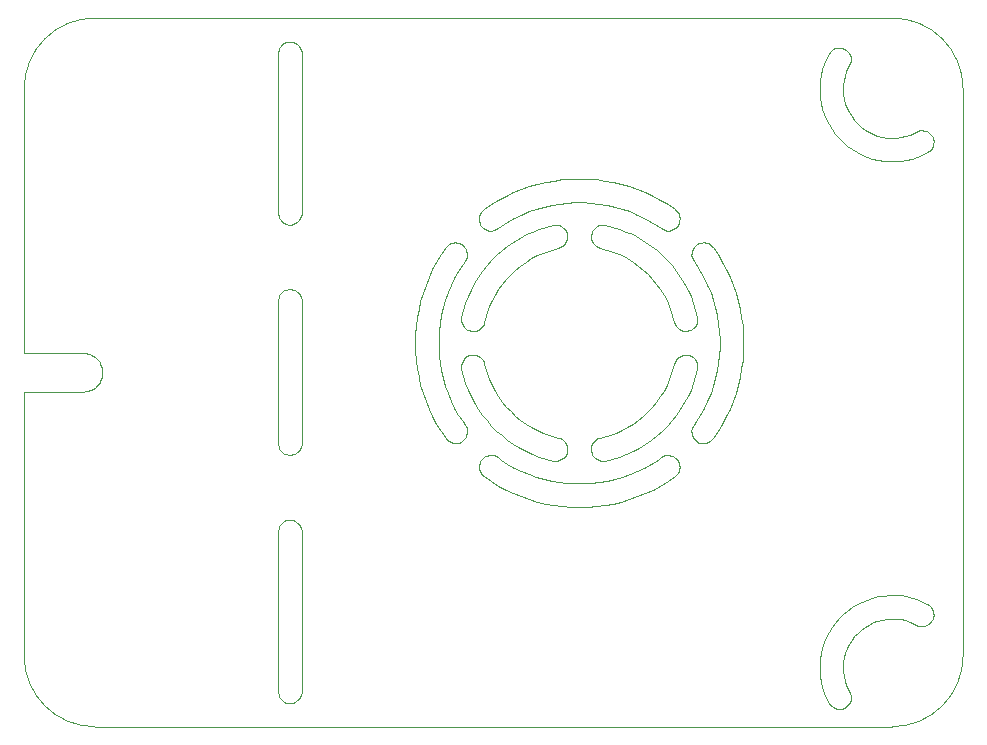
<source format=gbr>
%TF.GenerationSoftware,KiCad,Pcbnew,8.0.4*%
%TF.CreationDate,2025-01-19T15:52:31+01:00*%
%TF.ProjectId,PortableVoltageStandard,506f7274-6162-46c6-9556-6f6c74616765,1.0*%
%TF.SameCoordinates,Original*%
%TF.FileFunction,Profile,NP*%
%FSLAX46Y46*%
G04 Gerber Fmt 4.6, Leading zero omitted, Abs format (unit mm)*
G04 Created by KiCad (PCBNEW 8.0.4) date 2025-01-19 15:52:31*
%MOMM*%
%LPD*%
G01*
G04 APERTURE LIST*
%TA.AperFunction,Profile*%
%ADD10C,0.100000*%
%TD*%
%TA.AperFunction,Profile*%
%ADD11C,0.050000*%
%TD*%
G04 APERTURE END LIST*
D10*
X132995185Y-94598017D02*
X132956940Y-94790285D01*
X131368015Y-81677982D02*
X131531011Y-81569071D01*
X131528603Y-116381921D02*
X131365607Y-116273010D01*
X132098017Y-116495185D02*
X131901983Y-116495185D01*
X131709715Y-95456940D02*
X131528603Y-95381921D01*
X132773010Y-75634393D02*
X132634393Y-75773010D01*
X132471397Y-75881921D02*
X132290285Y-75956940D01*
X115045634Y-86971421D02*
X115195051Y-87033312D01*
X131365607Y-116273010D02*
X131226990Y-116134393D01*
X132100425Y-81455807D02*
X132292693Y-81494052D01*
X131004815Y-75098017D02*
X131000000Y-75000000D01*
X115703419Y-89589059D02*
X115589059Y-89703419D01*
X131226990Y-60865607D02*
X131365607Y-60726990D01*
X132881921Y-101528603D02*
X132956940Y-101709715D01*
X132634393Y-75773010D02*
X132471397Y-75881921D01*
X132773010Y-101365607D02*
X132881921Y-101528603D01*
X189000000Y-64500000D02*
X189000000Y-112500000D01*
X114500000Y-86875000D02*
X114539258Y-86875964D01*
X114500000Y-90125000D02*
X109500000Y-90125000D01*
X164118667Y-95507065D02*
X164299098Y-95545777D01*
X164469343Y-95616984D01*
X164623605Y-95718260D01*
X164756631Y-95846158D01*
X164863891Y-95996322D01*
X164941732Y-96163638D01*
X164987503Y-96342408D01*
X164999647Y-96526545D01*
X164977748Y-96709778D01*
X164922553Y-96885867D01*
X164835942Y-97048815D01*
X164720864Y-97193075D01*
X164581237Y-97313732D01*
X163985927Y-97716136D01*
X163370622Y-98087245D01*
X162736966Y-98426069D01*
X162086650Y-98731704D01*
X161421413Y-99003332D01*
X160743030Y-99240228D01*
X160053315Y-99441760D01*
X159354108Y-99607388D01*
X158647278Y-99736672D01*
X157934713Y-99829264D01*
X157218316Y-99884919D01*
X156500000Y-99903487D01*
X155781684Y-99884919D01*
X155065287Y-99829264D01*
X154352722Y-99736672D01*
X153645892Y-99607388D01*
X152946685Y-99441760D01*
X152256970Y-99240228D01*
X151578587Y-99003332D01*
X150913350Y-98731704D01*
X150263034Y-98426069D01*
X149629378Y-98087245D01*
X149014073Y-97716136D01*
X148418763Y-97313732D01*
X148279136Y-97193075D01*
X148164058Y-97048815D01*
X148077447Y-96885867D01*
X148022252Y-96709778D01*
X148000353Y-96526545D01*
X148012497Y-96342408D01*
X148058268Y-96163638D01*
X148136109Y-95996322D01*
X148243369Y-95846158D01*
X148376395Y-95718260D01*
X148530657Y-95616984D01*
X148700902Y-95545777D01*
X148881333Y-95507065D01*
X149065804Y-95502166D01*
X149248035Y-95531248D01*
X149421819Y-95593319D01*
X149581239Y-95686266D01*
X149854378Y-95881409D01*
X150421820Y-96240229D01*
X151008583Y-96566499D01*
X151612801Y-96859182D01*
X152232553Y-97117349D01*
X152865869Y-97340179D01*
X153510737Y-97526963D01*
X154165106Y-97677107D01*
X154826897Y-97790135D01*
X155494006Y-97865687D01*
X156164313Y-97903524D01*
X156835687Y-97903524D01*
X157505994Y-97865687D01*
X158173103Y-97790135D01*
X158834894Y-97677107D01*
X159489263Y-97526963D01*
X160134131Y-97340179D01*
X160767447Y-97117349D01*
X161387199Y-96859182D01*
X161991417Y-96566499D01*
X162578180Y-96240229D01*
X163145622Y-95881409D01*
X163418761Y-95686266D01*
X163578181Y-95593319D01*
X163751965Y-95531248D01*
X163934196Y-95502166D01*
X164118667Y-95507065D01*
X131901983Y-116495185D02*
X131709715Y-116456940D01*
X131118079Y-94971397D02*
X131043060Y-94790285D01*
X115333357Y-87107239D02*
X115467829Y-87197090D01*
X133000000Y-94500000D02*
X132995185Y-94598017D01*
X131118079Y-61028603D02*
X131226990Y-60865607D01*
X132098017Y-60504815D02*
X132290285Y-60543060D01*
X131901983Y-75995185D02*
X131709715Y-75956940D01*
X131045468Y-82160707D02*
X131120487Y-81979595D01*
X132290285Y-75956940D02*
X132098017Y-75995185D01*
X131004815Y-101901983D02*
X131043060Y-101709715D01*
X132098017Y-101004815D02*
X132290285Y-101043060D01*
X114895554Y-90074105D02*
X114736933Y-90105656D01*
X132098017Y-75995185D02*
X131901983Y-75995185D01*
X131226990Y-101365607D02*
X131365607Y-101226990D01*
X132956940Y-94790285D02*
X132881921Y-94971397D01*
X131365607Y-75773010D02*
X131226990Y-75634393D01*
X132956940Y-115790285D02*
X132881921Y-115971397D01*
X131043060Y-75290285D02*
X131004815Y-75098017D01*
X114539258Y-86875964D02*
X114620122Y-86879937D01*
X115500000Y-118500000D02*
G75*
G02*
X109500000Y-112500000I0J6000000D01*
G01*
X115500000Y-58500000D02*
X183000000Y-58500000D01*
X189000000Y-112500000D02*
G75*
G02*
X183000000Y-118500000I-6000000J0D01*
G01*
X132881921Y-61028603D02*
X132956940Y-61209715D01*
X132290285Y-116456940D02*
X132098017Y-116495185D01*
X131712123Y-81494052D02*
X131904391Y-81455807D01*
X131229398Y-81816599D02*
X131368015Y-81677982D01*
X131226990Y-75634393D02*
X131118079Y-75471397D01*
X131709715Y-75956940D02*
X131528603Y-75881921D01*
X114539258Y-90124036D02*
X114500000Y-90125000D01*
X115045634Y-90028579D02*
X114895554Y-90074105D01*
X132471397Y-95381921D02*
X132290285Y-95456940D01*
X114736933Y-86894344D02*
X114895554Y-86925895D01*
X131365607Y-101226990D02*
X131528603Y-101118079D01*
X131004815Y-61401983D02*
X131043060Y-61209715D01*
X183708085Y-107393099D02*
X184183797Y-107467235D01*
X184652249Y-107578370D01*
X185110568Y-107725822D01*
X185555943Y-107908687D01*
X185985643Y-108125843D01*
X186138000Y-108229964D01*
X186268631Y-108360307D01*
X186373086Y-108512435D01*
X186447810Y-108681166D01*
X186490258Y-108860754D01*
X186498983Y-109045084D01*
X186473689Y-109227879D01*
X186415238Y-109402914D01*
X186325619Y-109564228D01*
X186207884Y-109706328D01*
X186066044Y-109824375D01*
X185904927Y-109914349D01*
X185730021Y-109973186D01*
X185547283Y-109998882D01*
X185362933Y-109990562D01*
X185183252Y-109948510D01*
X185014357Y-109874157D01*
X184840630Y-109777704D01*
X184476371Y-109618797D01*
X184098589Y-109495439D01*
X183710744Y-109408760D01*
X183316390Y-109359553D01*
X182919138Y-109348269D01*
X182522627Y-109375013D01*
X182130488Y-109439538D01*
X181746313Y-109541254D01*
X181373620Y-109679228D01*
X181015825Y-109852199D01*
X180676202Y-110058580D01*
X180357864Y-110296482D01*
X180063726Y-110563726D01*
X179796482Y-110857864D01*
X179558580Y-111176202D01*
X179352199Y-111515825D01*
X179179228Y-111873620D01*
X179041254Y-112246313D01*
X178939538Y-112630488D01*
X178875013Y-113022627D01*
X178848269Y-113419138D01*
X178859553Y-113816390D01*
X178908760Y-114210744D01*
X178995439Y-114598589D01*
X179118797Y-114976371D01*
X179277704Y-115340630D01*
X179374157Y-115514357D01*
X179448510Y-115683252D01*
X179490562Y-115862933D01*
X179498882Y-116047283D01*
X179473186Y-116230021D01*
X179414349Y-116404927D01*
X179324375Y-116566044D01*
X179206328Y-116707884D01*
X179064228Y-116825619D01*
X178902914Y-116915238D01*
X178727879Y-116973689D01*
X178545084Y-116998983D01*
X178360754Y-116990258D01*
X178181166Y-116947810D01*
X178012435Y-116873086D01*
X177860307Y-116768631D01*
X177729964Y-116638000D01*
X177625843Y-116485643D01*
X177408687Y-116055943D01*
X177225822Y-115610568D01*
X177078370Y-115152249D01*
X176967235Y-114683797D01*
X176893099Y-114208085D01*
X176856415Y-113728030D01*
X176857411Y-113246576D01*
X176896078Y-112766677D01*
X176972180Y-112291275D01*
X177085251Y-111823287D01*
X177234596Y-111365581D01*
X177419300Y-110920966D01*
X177638230Y-110492168D01*
X177890044Y-110081816D01*
X178173197Y-109692428D01*
X178485952Y-109326392D01*
X178826392Y-108985952D01*
X179192428Y-108673197D01*
X179581816Y-108390044D01*
X179992168Y-108138230D01*
X180420966Y-107919300D01*
X180865581Y-107734596D01*
X181323287Y-107585251D01*
X181791275Y-107472180D01*
X182266677Y-107396078D01*
X182746576Y-107357411D01*
X183228030Y-107356415D01*
X183708085Y-107393099D01*
X131000000Y-61500000D02*
X131004815Y-61401983D01*
X131118079Y-101528603D02*
X131226990Y-101365607D01*
X133000000Y-94500000D02*
X133002408Y-82450992D01*
X115467829Y-87197090D02*
X115589059Y-87296581D01*
X114895554Y-86925895D02*
X115045634Y-86971421D01*
X131904391Y-81455807D02*
X132100425Y-81455807D01*
X131528603Y-75881921D02*
X131365607Y-75773010D01*
X178727879Y-61026311D02*
X178902914Y-61084762D01*
X179064228Y-61174381D01*
X179206328Y-61292116D01*
X179324375Y-61433956D01*
X179414349Y-61595073D01*
X179473186Y-61769979D01*
X179498882Y-61952717D01*
X179490562Y-62137067D01*
X179448510Y-62316748D01*
X179374157Y-62485643D01*
X179277704Y-62659370D01*
X179118797Y-63023629D01*
X178995439Y-63401411D01*
X178908760Y-63789256D01*
X178859553Y-64183610D01*
X178848269Y-64580862D01*
X178875013Y-64977373D01*
X178939538Y-65369512D01*
X179041254Y-65753687D01*
X179179228Y-66126380D01*
X179352199Y-66484175D01*
X179558580Y-66823798D01*
X179796482Y-67142136D01*
X180063726Y-67436274D01*
X180357864Y-67703518D01*
X180676202Y-67941420D01*
X181015825Y-68147801D01*
X181373620Y-68320772D01*
X181746313Y-68458746D01*
X182130488Y-68560462D01*
X182522627Y-68624987D01*
X182919138Y-68651731D01*
X183316390Y-68640447D01*
X183710744Y-68591240D01*
X184098589Y-68504561D01*
X184476371Y-68381203D01*
X184840630Y-68222296D01*
X185014357Y-68125843D01*
X185183252Y-68051490D01*
X185362933Y-68009438D01*
X185547283Y-68001118D01*
X185730021Y-68026814D01*
X185904927Y-68085651D01*
X186066044Y-68175625D01*
X186207884Y-68293672D01*
X186325619Y-68435772D01*
X186415238Y-68597086D01*
X186473689Y-68772121D01*
X186498983Y-68954916D01*
X186490258Y-69139246D01*
X186447810Y-69318834D01*
X186373086Y-69487565D01*
X186268631Y-69639693D01*
X186138000Y-69770036D01*
X185985643Y-69874157D01*
X185555943Y-70091313D01*
X185110568Y-70274178D01*
X184652249Y-70421630D01*
X184183797Y-70532765D01*
X183708085Y-70606901D01*
X183228030Y-70643585D01*
X182746576Y-70642589D01*
X182266677Y-70603922D01*
X181791275Y-70527820D01*
X181323287Y-70414749D01*
X180865581Y-70265404D01*
X180420966Y-70080700D01*
X179992168Y-69861770D01*
X179581816Y-69609956D01*
X179192428Y-69326803D01*
X178826392Y-69014048D01*
X178485952Y-68673608D01*
X178173197Y-68307572D01*
X177890044Y-67918184D01*
X177638230Y-67507832D01*
X177419300Y-67079034D01*
X177234596Y-66634419D01*
X177085251Y-66176713D01*
X176972180Y-65708725D01*
X176896078Y-65233323D01*
X176857411Y-64753424D01*
X176856415Y-64271970D01*
X176893099Y-63791915D01*
X176967235Y-63316203D01*
X177078370Y-62847751D01*
X177225822Y-62389432D01*
X177408687Y-61944057D01*
X177625843Y-61514357D01*
X177729964Y-61362000D01*
X177860307Y-61231369D01*
X178012435Y-61126914D01*
X178181166Y-61052190D01*
X178360754Y-61009742D01*
X178545084Y-61001017D01*
X178727879Y-61026311D01*
X109500000Y-64500000D02*
G75*
G02*
X115500000Y-58500000I6000000J0D01*
G01*
X132634393Y-60726990D02*
X132773010Y-60865607D01*
X132956940Y-75290285D02*
X132881921Y-75471397D01*
X165625934Y-87007961D02*
X165806076Y-87047993D01*
X165975796Y-87120444D01*
X166129312Y-87222847D01*
X166261398Y-87351716D01*
X166367556Y-87502661D01*
X166444170Y-87670542D01*
X166488632Y-87849642D01*
X166499426Y-88033863D01*
X166476187Y-88216930D01*
X166326266Y-88807770D01*
X166141386Y-89388621D01*
X165922205Y-89957416D01*
X165669501Y-90512131D01*
X165384175Y-91050793D01*
X165067242Y-91571486D01*
X164719828Y-92072356D01*
X164343170Y-92551623D01*
X163938608Y-93007581D01*
X163507581Y-93438608D01*
X163051623Y-93843170D01*
X162572356Y-94219828D01*
X162071486Y-94567242D01*
X161550793Y-94884175D01*
X161012131Y-95169501D01*
X160457416Y-95422205D01*
X159888621Y-95641386D01*
X159307770Y-95826266D01*
X158716930Y-95976187D01*
X158533863Y-95999426D01*
X158349642Y-95988632D01*
X158170542Y-95944170D01*
X158002661Y-95867556D01*
X157851716Y-95761398D01*
X157722847Y-95629312D01*
X157620444Y-95475796D01*
X157547993Y-95306076D01*
X157507961Y-95125934D01*
X157501712Y-94941503D01*
X157529459Y-94759064D01*
X157590256Y-94584830D01*
X157682033Y-94424734D01*
X157801666Y-94284228D01*
X157945079Y-94168097D01*
X158107389Y-94080295D01*
X158283070Y-94023813D01*
X158283069Y-94023812D01*
X158550664Y-93964371D01*
X159076731Y-93810050D01*
X159591348Y-93621023D01*
X160092227Y-93398130D01*
X160577143Y-93142362D01*
X161043942Y-92854854D01*
X161490548Y-92536885D01*
X161914977Y-92189867D01*
X162315343Y-91815343D01*
X162689867Y-91414977D01*
X163036885Y-90990548D01*
X163354854Y-90543942D01*
X163642362Y-90077143D01*
X163898130Y-89592227D01*
X164121023Y-89091348D01*
X164310050Y-88576731D01*
X164464371Y-88050664D01*
X164523812Y-87783069D01*
X164523813Y-87783070D01*
X164580295Y-87607389D01*
X164668097Y-87445079D01*
X164784228Y-87301666D01*
X164924734Y-87182033D01*
X165084830Y-87090256D01*
X165259064Y-87029459D01*
X165441503Y-87001712D01*
X165625934Y-87007961D01*
X116028579Y-89045634D02*
X115966688Y-89195051D01*
X132881921Y-115971397D02*
X132773010Y-116134393D01*
X116074105Y-88104446D02*
X116105656Y-88263067D01*
X132634393Y-116273010D02*
X132471397Y-116381921D01*
X158716930Y-76023813D02*
X159307770Y-76173734D01*
X159888621Y-76358614D01*
X160457416Y-76577795D01*
X161012131Y-76830499D01*
X161550793Y-77115825D01*
X162071486Y-77432758D01*
X162572356Y-77780172D01*
X163051623Y-78156830D01*
X163507581Y-78561392D01*
X163938608Y-78992419D01*
X164343170Y-79448377D01*
X164719828Y-79927644D01*
X165067242Y-80428514D01*
X165384175Y-80949207D01*
X165669501Y-81487869D01*
X165922205Y-82042584D01*
X166141386Y-82611379D01*
X166326266Y-83192230D01*
X166476187Y-83783070D01*
X166499426Y-83966137D01*
X166488632Y-84150358D01*
X166444170Y-84329458D01*
X166367556Y-84497339D01*
X166261398Y-84648284D01*
X166129312Y-84777153D01*
X165975796Y-84879556D01*
X165806076Y-84952007D01*
X165625934Y-84992039D01*
X165441503Y-84998288D01*
X165259064Y-84970541D01*
X165084830Y-84909744D01*
X164924734Y-84817967D01*
X164784228Y-84698334D01*
X164668097Y-84554921D01*
X164580295Y-84392611D01*
X164523813Y-84216930D01*
X164523812Y-84216931D01*
X164464371Y-83949336D01*
X164310050Y-83423269D01*
X164121023Y-82908652D01*
X163898130Y-82407773D01*
X163642362Y-81922857D01*
X163354854Y-81456058D01*
X163036885Y-81009452D01*
X162689867Y-80585023D01*
X162315343Y-80184657D01*
X161914977Y-79810133D01*
X161490548Y-79463115D01*
X161043942Y-79145146D01*
X160577143Y-78857638D01*
X160092227Y-78601870D01*
X159591348Y-78378977D01*
X159076731Y-78189950D01*
X158550664Y-78035629D01*
X158283069Y-77976188D01*
X158283070Y-77976187D01*
X158107389Y-77919705D01*
X157945079Y-77831903D01*
X157801666Y-77715772D01*
X157682033Y-77575266D01*
X157590256Y-77415170D01*
X157529459Y-77240936D01*
X157501712Y-77058497D01*
X157507961Y-76874066D01*
X157547993Y-76693924D01*
X157620444Y-76524204D01*
X157722847Y-76370688D01*
X157851716Y-76238602D01*
X158002661Y-76132444D01*
X158170542Y-76055830D01*
X158349642Y-76011368D01*
X158533863Y-76000574D01*
X158716930Y-76023813D01*
X132956940Y-101709715D02*
X132995185Y-101901983D01*
X115802910Y-89467829D02*
X115703419Y-89589059D01*
X132098017Y-95495185D02*
X131901983Y-95495185D01*
X183000000Y-58500000D02*
G75*
G02*
X189000000Y-64500000I0J-6000000D01*
G01*
X132634393Y-101226990D02*
X132773010Y-101365607D01*
X115802910Y-87532171D02*
X115892761Y-87666643D01*
X131226990Y-95134393D02*
X131118079Y-94971397D01*
X131000000Y-75000000D02*
X131000000Y-61500000D01*
X115467829Y-89802910D02*
X115333357Y-89892761D01*
X147740936Y-87029459D02*
X147915170Y-87090256D01*
X148075266Y-87182033D01*
X148215772Y-87301666D01*
X148331903Y-87445079D01*
X148419705Y-87607389D01*
X148476187Y-87783070D01*
X148476188Y-87783069D01*
X148535629Y-88050664D01*
X148689950Y-88576731D01*
X148878977Y-89091348D01*
X149101870Y-89592227D01*
X149357638Y-90077143D01*
X149645146Y-90543942D01*
X149963115Y-90990548D01*
X150310133Y-91414977D01*
X150684657Y-91815343D01*
X151085023Y-92189867D01*
X151509452Y-92536885D01*
X151956058Y-92854854D01*
X152422857Y-93142362D01*
X152907773Y-93398130D01*
X153408652Y-93621023D01*
X153923269Y-93810050D01*
X154449336Y-93964371D01*
X154716931Y-94023812D01*
X154716930Y-94023813D01*
X154892611Y-94080295D01*
X155054921Y-94168097D01*
X155198334Y-94284228D01*
X155317967Y-94424734D01*
X155409744Y-94584830D01*
X155470541Y-94759064D01*
X155498288Y-94941503D01*
X155492039Y-95125934D01*
X155452007Y-95306076D01*
X155379556Y-95475796D01*
X155277153Y-95629312D01*
X155148284Y-95761398D01*
X154997339Y-95867556D01*
X154829458Y-95944170D01*
X154650358Y-95988632D01*
X154466137Y-95999426D01*
X154283070Y-95976187D01*
X153692230Y-95826266D01*
X153111379Y-95641386D01*
X152542584Y-95422205D01*
X151987869Y-95169501D01*
X151449207Y-94884175D01*
X150928514Y-94567242D01*
X150427644Y-94219828D01*
X149948377Y-93843170D01*
X149492419Y-93438608D01*
X149061392Y-93007581D01*
X148656830Y-92551623D01*
X148280172Y-92072356D01*
X147932758Y-91571486D01*
X147615825Y-91050793D01*
X147330499Y-90512131D01*
X147077795Y-89957416D01*
X146858614Y-89388621D01*
X146673734Y-88807770D01*
X146523813Y-88216930D01*
X146500574Y-88033863D01*
X146511368Y-87849642D01*
X146555830Y-87670542D01*
X146632444Y-87502661D01*
X146738602Y-87351716D01*
X146870688Y-87222847D01*
X147024204Y-87120444D01*
X147193924Y-87047993D01*
X147374066Y-87007961D01*
X147558497Y-87001712D01*
X147740936Y-87029459D01*
X132995185Y-115598017D02*
X132956940Y-115790285D01*
D11*
X109500000Y-86875000D02*
X109500000Y-64500000D01*
D10*
X132773010Y-95134393D02*
X132634393Y-95273010D01*
X116121027Y-88580864D02*
X116105656Y-88736933D01*
X115195051Y-87033312D02*
X115333357Y-87107239D01*
X132290285Y-95456940D02*
X132098017Y-95495185D01*
X132636801Y-81677982D02*
X132775418Y-81816599D01*
X131043060Y-61209715D02*
X131118079Y-61028603D01*
X132995185Y-61401983D02*
X133000000Y-61500000D01*
X132995185Y-101901983D02*
X133000000Y-102000000D01*
X133000000Y-115500000D02*
X132995185Y-115598017D01*
X132471397Y-116381921D02*
X132290285Y-116456940D01*
X131226990Y-116134393D02*
X131118079Y-115971397D01*
X115966688Y-87804949D02*
X116028579Y-87954366D01*
X131709715Y-60543060D02*
X131901983Y-60504815D01*
X133000000Y-75000000D02*
X132995185Y-75098017D01*
X131528603Y-95381921D02*
X131365607Y-95273010D01*
X131118079Y-75471397D02*
X131043060Y-75290285D01*
X115333357Y-89892761D02*
X115195051Y-89966688D01*
X131901983Y-101004815D02*
X132098017Y-101004815D01*
X132471397Y-60618079D02*
X132634393Y-60726990D01*
X131000000Y-115500000D02*
X131000000Y-102000000D01*
X132997593Y-82352975D02*
X133002408Y-82450992D01*
X132881921Y-75471397D02*
X132773010Y-75634393D01*
X132775418Y-81816599D02*
X132884329Y-81979595D01*
X115966688Y-89195051D02*
X115892761Y-89333357D01*
X132290285Y-101043060D02*
X132471397Y-101118079D01*
X132995185Y-75098017D02*
X132956940Y-75290285D01*
X115195051Y-89966688D02*
X115045634Y-90028579D01*
X132473805Y-81569071D02*
X132636801Y-81677982D01*
X116028579Y-87954366D02*
X116074105Y-88104446D01*
X131365607Y-60726990D02*
X131528603Y-60618079D01*
X131901983Y-60504815D02*
X132098017Y-60504815D01*
X157218316Y-72115081D02*
X157934713Y-72170736D01*
X158647278Y-72263328D01*
X159354108Y-72392612D01*
X160053315Y-72558240D01*
X160743030Y-72759772D01*
X161421413Y-72996668D01*
X162086650Y-73268296D01*
X162736966Y-73573931D01*
X163370622Y-73912755D01*
X163985927Y-74283864D01*
X164581237Y-74686268D01*
X164720864Y-74806925D01*
X164835942Y-74951185D01*
X164922553Y-75114133D01*
X164977748Y-75290222D01*
X164999647Y-75473455D01*
X164987503Y-75657592D01*
X164941732Y-75836362D01*
X164863891Y-76003678D01*
X164756631Y-76153842D01*
X164623605Y-76281740D01*
X164469343Y-76383016D01*
X164299098Y-76454223D01*
X164118667Y-76492935D01*
X163934196Y-76497834D01*
X163751965Y-76468752D01*
X163578181Y-76406681D01*
X163418761Y-76313734D01*
X163145622Y-76118591D01*
X162578180Y-75759771D01*
X161991417Y-75433501D01*
X161387199Y-75140818D01*
X160767447Y-74882651D01*
X160134131Y-74659821D01*
X159489263Y-74473037D01*
X158834894Y-74322893D01*
X158173103Y-74209865D01*
X157505994Y-74134313D01*
X156835687Y-74096476D01*
X156164313Y-74096476D01*
X155494006Y-74134313D01*
X154826897Y-74209865D01*
X154165106Y-74322893D01*
X153510737Y-74473037D01*
X152865869Y-74659821D01*
X152232553Y-74882651D01*
X151612801Y-75140818D01*
X151008583Y-75433501D01*
X150421820Y-75759771D01*
X149854378Y-76118591D01*
X149581239Y-76313734D01*
X149421819Y-76406681D01*
X149248035Y-76468752D01*
X149065804Y-76497834D01*
X148881333Y-76492935D01*
X148700902Y-76454223D01*
X148530657Y-76383016D01*
X148376395Y-76281740D01*
X148243369Y-76153842D01*
X148136109Y-76003678D01*
X148058268Y-75836362D01*
X148012497Y-75657592D01*
X148000353Y-75473455D01*
X148022252Y-75290222D01*
X148077447Y-75114133D01*
X148164058Y-74951185D01*
X148279136Y-74806925D01*
X148418763Y-74686268D01*
X149014073Y-74283864D01*
X149629378Y-73912755D01*
X150263034Y-73573931D01*
X150913350Y-73268296D01*
X151578587Y-72996668D01*
X152256970Y-72759772D01*
X152946685Y-72558240D01*
X153645892Y-72392612D01*
X154352722Y-72263328D01*
X155065287Y-72170736D01*
X155781684Y-72115081D01*
X156500000Y-72096513D01*
X157218316Y-72115081D01*
X167209778Y-77522252D02*
X167385867Y-77577447D01*
X167548815Y-77664058D01*
X167693075Y-77779136D01*
X167813732Y-77918763D01*
X168216136Y-78514073D01*
X168587245Y-79129378D01*
X168926069Y-79763034D01*
X169231704Y-80413350D01*
X169503332Y-81078587D01*
X169740228Y-81756970D01*
X169941760Y-82446685D01*
X170107388Y-83145892D01*
X170236672Y-83852722D01*
X170329264Y-84565287D01*
X170384919Y-85281684D01*
X170403487Y-86000000D01*
X170384919Y-86718316D01*
X170329264Y-87434713D01*
X170236672Y-88147278D01*
X170107388Y-88854108D01*
X169941760Y-89553315D01*
X169740228Y-90243030D01*
X169503332Y-90921413D01*
X169231704Y-91586650D01*
X168926069Y-92236966D01*
X168587245Y-92870622D01*
X168216136Y-93485927D01*
X167813732Y-94081237D01*
X167693075Y-94220864D01*
X167548815Y-94335942D01*
X167385867Y-94422553D01*
X167209778Y-94477748D01*
X167026545Y-94499647D01*
X166842408Y-94487503D01*
X166663638Y-94441732D01*
X166496322Y-94363891D01*
X166346158Y-94256631D01*
X166218260Y-94123605D01*
X166116984Y-93969343D01*
X166045777Y-93799098D01*
X166007065Y-93618667D01*
X166002166Y-93434196D01*
X166031248Y-93251965D01*
X166093319Y-93078181D01*
X166186266Y-92918761D01*
X166381409Y-92645622D01*
X166740229Y-92078180D01*
X167066499Y-91491417D01*
X167359182Y-90887199D01*
X167617349Y-90267447D01*
X167840179Y-89634131D01*
X168026963Y-88989263D01*
X168177107Y-88334894D01*
X168290135Y-87673103D01*
X168365687Y-87005994D01*
X168403524Y-86335687D01*
X168403524Y-85664313D01*
X168365687Y-84994006D01*
X168290135Y-84326897D01*
X168177107Y-83665106D01*
X168026963Y-83010737D01*
X167840179Y-82365869D01*
X167617349Y-81732553D01*
X167359182Y-81112801D01*
X167066499Y-80508583D01*
X166740229Y-79921820D01*
X166381409Y-79354378D01*
X166186266Y-79081239D01*
X166093319Y-78921819D01*
X166031248Y-78748035D01*
X166002166Y-78565804D01*
X166007065Y-78381333D01*
X166045777Y-78200902D01*
X166116984Y-78030657D01*
X166218260Y-77876395D01*
X166346158Y-77743369D01*
X166496322Y-77636109D01*
X166663638Y-77558268D01*
X166842408Y-77512497D01*
X167026545Y-77500353D01*
X167209778Y-77522252D01*
X116074105Y-88895554D02*
X116028579Y-89045634D01*
X131043060Y-94790285D02*
X131004815Y-94598017D01*
X109500000Y-86875000D02*
X114500000Y-86875000D01*
X132773010Y-60865607D02*
X132881921Y-61028603D01*
X133000000Y-61500000D02*
X133000000Y-75000000D01*
X132290285Y-60543060D02*
X132471397Y-60618079D01*
X131002408Y-82450992D02*
X131000000Y-94500000D01*
X131120487Y-81979595D02*
X131229398Y-81816599D01*
X116105656Y-88263067D02*
X116121027Y-88419136D01*
X114736933Y-90105656D02*
X114620122Y-90120063D01*
X131118079Y-115971397D02*
X131043060Y-115790285D01*
X132471397Y-101118079D02*
X132634393Y-101226990D01*
X132634393Y-95273010D02*
X132471397Y-95381921D01*
X131000000Y-102000000D02*
X131004815Y-101901983D01*
X115589059Y-87296581D02*
X115703419Y-87410941D01*
X132881921Y-94971397D02*
X132773010Y-95134393D01*
X114620122Y-90120063D02*
X114539258Y-90124036D01*
X154650358Y-76011368D02*
X154829458Y-76055830D01*
X154997339Y-76132444D01*
X155148284Y-76238602D01*
X155277153Y-76370688D01*
X155379556Y-76524204D01*
X155452007Y-76693924D01*
X155492039Y-76874066D01*
X155498288Y-77058497D01*
X155470541Y-77240936D01*
X155409744Y-77415170D01*
X155317967Y-77575266D01*
X155198334Y-77715772D01*
X155054921Y-77831903D01*
X154892611Y-77919705D01*
X154716930Y-77976187D01*
X154716931Y-77976188D01*
X154449336Y-78035629D01*
X153923269Y-78189950D01*
X153408652Y-78378977D01*
X152907773Y-78601870D01*
X152422857Y-78857638D01*
X151956058Y-79145146D01*
X151509452Y-79463115D01*
X151085023Y-79810133D01*
X150684657Y-80184657D01*
X150310133Y-80585023D01*
X149963115Y-81009452D01*
X149645146Y-81456058D01*
X149357638Y-81922857D01*
X149101870Y-82407773D01*
X148878977Y-82908652D01*
X148689950Y-83423269D01*
X148535629Y-83949336D01*
X148476188Y-84216931D01*
X148476187Y-84216930D01*
X148419705Y-84392611D01*
X148331903Y-84554921D01*
X148215772Y-84698334D01*
X148075266Y-84817967D01*
X147915170Y-84909744D01*
X147740936Y-84970541D01*
X147558497Y-84998288D01*
X147374066Y-84992039D01*
X147193924Y-84952007D01*
X147024204Y-84879556D01*
X146870688Y-84777153D01*
X146738602Y-84648284D01*
X146632444Y-84497339D01*
X146555830Y-84329458D01*
X146511368Y-84150358D01*
X146500574Y-83966137D01*
X146523813Y-83783070D01*
X146673734Y-83192230D01*
X146858614Y-82611379D01*
X147077795Y-82042584D01*
X147330499Y-81487869D01*
X147615825Y-80949207D01*
X147932758Y-80428514D01*
X148280172Y-79927644D01*
X148656830Y-79448377D01*
X149061392Y-78992419D01*
X149492419Y-78561392D01*
X149948377Y-78156830D01*
X150427644Y-77780172D01*
X150928514Y-77432758D01*
X151449207Y-77115825D01*
X151987869Y-76830499D01*
X152542584Y-76577795D01*
X153111379Y-76358614D01*
X153692230Y-76173734D01*
X154283070Y-76023813D01*
X154466137Y-76000574D01*
X154650358Y-76011368D01*
X133000000Y-102000000D02*
X133000000Y-115500000D01*
X132959348Y-82160707D02*
X132997593Y-82352975D01*
X132884329Y-81979595D02*
X132959348Y-82160707D01*
X131004815Y-115598017D02*
X131000000Y-115500000D01*
X132292693Y-81494052D02*
X132473805Y-81569071D01*
X131531011Y-81569071D02*
X131712123Y-81494052D01*
X132773010Y-116134393D02*
X132634393Y-116273010D01*
X131004815Y-94598017D02*
X131000000Y-94500000D01*
X115892761Y-89333357D02*
X115802910Y-89467829D01*
X131901983Y-95495185D02*
X131709715Y-95456940D01*
X132956940Y-61209715D02*
X132995185Y-61401983D01*
X115589059Y-89703419D02*
X115467829Y-89802910D01*
X131528603Y-101118079D02*
X131709715Y-101043060D01*
X131528603Y-60618079D02*
X131709715Y-60543060D01*
X131007223Y-82352975D02*
X131045468Y-82160707D01*
X116121027Y-88419136D02*
X116121027Y-88580864D01*
X116105656Y-88736933D02*
X116074105Y-88895554D01*
X131043060Y-101709715D02*
X131118079Y-101528603D01*
X131709715Y-101043060D02*
X131901983Y-101004815D01*
X115892761Y-87666643D02*
X115966688Y-87804949D01*
X183000000Y-118500000D02*
X115500000Y-118500000D01*
X131043060Y-115790285D02*
X131004815Y-115598017D01*
X146157592Y-77512497D02*
X146336362Y-77558268D01*
X146503678Y-77636109D01*
X146653842Y-77743369D01*
X146781740Y-77876395D01*
X146883016Y-78030657D01*
X146954223Y-78200902D01*
X146992935Y-78381333D01*
X146997834Y-78565804D01*
X146968752Y-78748035D01*
X146906681Y-78921819D01*
X146813734Y-79081239D01*
X146618591Y-79354378D01*
X146259771Y-79921820D01*
X145933501Y-80508583D01*
X145640818Y-81112801D01*
X145382651Y-81732553D01*
X145159821Y-82365869D01*
X144973037Y-83010737D01*
X144822893Y-83665106D01*
X144709865Y-84326897D01*
X144634313Y-84994006D01*
X144596476Y-85664313D01*
X144596476Y-86335687D01*
X144634313Y-87005994D01*
X144709865Y-87673103D01*
X144822893Y-88334894D01*
X144973037Y-88989263D01*
X145159821Y-89634131D01*
X145382651Y-90267447D01*
X145640818Y-90887199D01*
X145933501Y-91491417D01*
X146259771Y-92078180D01*
X146618591Y-92645622D01*
X146813734Y-92918761D01*
X146906681Y-93078181D01*
X146968752Y-93251965D01*
X146997834Y-93434196D01*
X146992935Y-93618667D01*
X146954223Y-93799098D01*
X146883016Y-93969343D01*
X146781740Y-94123605D01*
X146653842Y-94256631D01*
X146503678Y-94363891D01*
X146336362Y-94441732D01*
X146157592Y-94487503D01*
X145973455Y-94499647D01*
X145790222Y-94477748D01*
X145614133Y-94422553D01*
X145451185Y-94335942D01*
X145306925Y-94220864D01*
X145186268Y-94081237D01*
X144783864Y-93485927D01*
X144412755Y-92870622D01*
X144073931Y-92236966D01*
X143768296Y-91586650D01*
X143496668Y-90921413D01*
X143259772Y-90243030D01*
X143058240Y-89553315D01*
X142892612Y-88854108D01*
X142763328Y-88147278D01*
X142670736Y-87434713D01*
X142615081Y-86718316D01*
X142596513Y-86000000D01*
X142615081Y-85281684D01*
X142670736Y-84565287D01*
X142763328Y-83852722D01*
X142892612Y-83145892D01*
X143058240Y-82446685D01*
X143259772Y-81756970D01*
X143496668Y-81078587D01*
X143768296Y-80413350D01*
X144073931Y-79763034D01*
X144412755Y-79129378D01*
X144783864Y-78514073D01*
X145186268Y-77918763D01*
X145306925Y-77779136D01*
X145451185Y-77664058D01*
X145614133Y-77577447D01*
X145790222Y-77522252D01*
X145973455Y-77500353D01*
X146157592Y-77512497D01*
X109500000Y-112500000D02*
X109500000Y-90125000D01*
X131365607Y-95273010D02*
X131226990Y-95134393D01*
X131709715Y-116456940D02*
X131528603Y-116381921D01*
X115703419Y-87410941D02*
X115802910Y-87532171D01*
X114620122Y-86879937D02*
X114736933Y-86894344D01*
X131002408Y-82450992D02*
X131007223Y-82352975D01*
M02*

</source>
